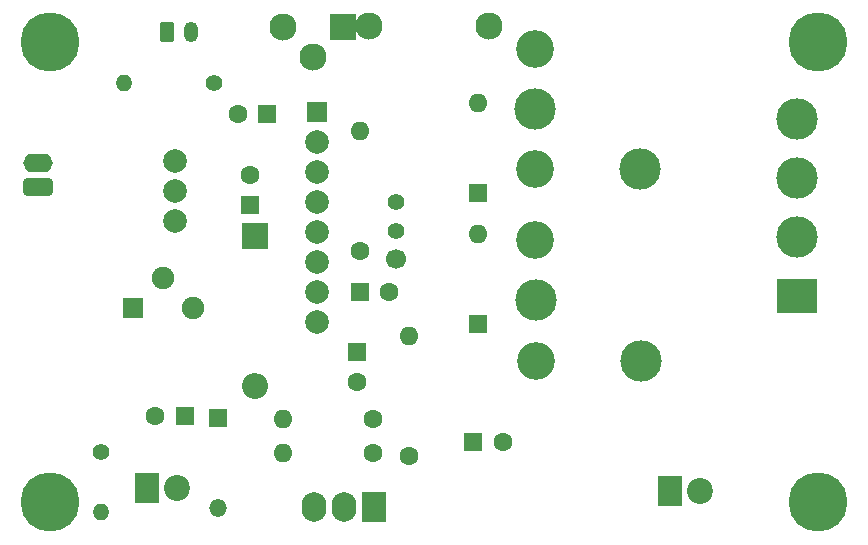
<source format=gbr>
%TF.GenerationSoftware,KiCad,Pcbnew,7.0.9*%
%TF.CreationDate,2023-11-29T12:33:44+01:00*%
%TF.ProjectId,Zabezpieczenie UPC1237,5a616265-7a70-4696-9563-7a656e696520,rev?*%
%TF.SameCoordinates,Original*%
%TF.FileFunction,Soldermask,Top*%
%TF.FilePolarity,Negative*%
%FSLAX46Y46*%
G04 Gerber Fmt 4.6, Leading zero omitted, Abs format (unit mm)*
G04 Created by KiCad (PCBNEW 7.0.9) date 2023-11-29 12:33:44*
%MOMM*%
%LPD*%
G01*
G04 APERTURE LIST*
G04 Aperture macros list*
%AMRoundRect*
0 Rectangle with rounded corners*
0 $1 Rounding radius*
0 $2 $3 $4 $5 $6 $7 $8 $9 X,Y pos of 4 corners*
0 Add a 4 corners polygon primitive as box body*
4,1,4,$2,$3,$4,$5,$6,$7,$8,$9,$2,$3,0*
0 Add four circle primitives for the rounded corners*
1,1,$1+$1,$2,$3*
1,1,$1+$1,$4,$5*
1,1,$1+$1,$6,$7*
1,1,$1+$1,$8,$9*
0 Add four rect primitives between the rounded corners*
20,1,$1+$1,$2,$3,$4,$5,0*
20,1,$1+$1,$4,$5,$6,$7,0*
20,1,$1+$1,$6,$7,$8,$9,0*
20,1,$1+$1,$8,$9,$2,$3,0*%
G04 Aperture macros list end*
%ADD10O,1.400000X1.400000*%
%ADD11C,1.400000*%
%ADD12RoundRect,0.250000X-0.350000X-0.625000X0.350000X-0.625000X0.350000X0.625000X-0.350000X0.625000X0*%
%ADD13O,1.200000X1.750000*%
%ADD14R,1.600000X1.600000*%
%ADD15C,1.600000*%
%ADD16R,2.200000X2.200000*%
%ADD17O,2.200000X2.200000*%
%ADD18O,1.600000X1.600000*%
%ADD19C,2.300000*%
%ADD20R,1.800000X1.800000*%
%ADD21C,2.000000*%
%ADD22C,1.900000*%
%ADD23R,3.500000X3.000000*%
%ADD24C,3.500000*%
%ADD25R,2.100000X2.500000*%
%ADD26C,2.200000*%
%ADD27C,3.200000*%
%ADD28RoundRect,0.312500X0.937500X-0.437500X0.937500X0.437500X-0.937500X0.437500X-0.937500X-0.437500X0*%
%ADD29O,2.500000X1.600000*%
%ADD30O,2.100000X2.500000*%
%ADD31R,2.300000X2.300000*%
%ADD32C,1.700000*%
%ADD33R,1.500000X1.500000*%
%ADD34O,1.500000X1.500000*%
%ADD35C,5.000000*%
G04 APERTURE END LIST*
D10*
%TO.C,R17*%
X109290000Y-104500000D03*
D11*
X116910000Y-104500000D03*
%TD*%
D12*
%TO.C,J3*%
X112900000Y-100150000D03*
D13*
X114900000Y-100150000D03*
%TD*%
D14*
%TO.C,C4*%
X129194888Y-122200000D03*
D15*
X131694888Y-122200000D03*
%TD*%
D16*
%TO.C,D1*%
X120300000Y-117450000D03*
D17*
X120300000Y-130150000D03*
%TD*%
D15*
%TO.C,R6*%
X130310000Y-132900000D03*
D18*
X122690000Y-132900000D03*
%TD*%
D14*
%TO.C,C5*%
X114405113Y-132700000D03*
D15*
X111905113Y-132700000D03*
%TD*%
D19*
%TO.C,R22*%
X130020000Y-99700000D03*
X140180000Y-99700000D03*
%TD*%
D14*
%TO.C,D2*%
X139200000Y-113810000D03*
D18*
X139200000Y-106190000D03*
%TD*%
D14*
%TO.C,C7*%
X129000000Y-127294888D03*
D15*
X129000000Y-129794888D03*
%TD*%
D20*
%TO.C,U1*%
X125600000Y-106960000D03*
D21*
X125600000Y-109500000D03*
X125600000Y-112040000D03*
X125600000Y-114580000D03*
X125600000Y-117120000D03*
X125600000Y-119660000D03*
X125600000Y-122200000D03*
X125600000Y-124740000D03*
%TD*%
D20*
%TO.C,U2*%
X110050000Y-123550000D03*
D22*
X112590000Y-121010000D03*
X115130000Y-123550000D03*
%TD*%
D23*
%TO.C,J4*%
X166200000Y-122500000D03*
D24*
X166200000Y-117500000D03*
X166200000Y-112500000D03*
X166200000Y-107500000D03*
%TD*%
D15*
%TO.C,R4*%
X133400000Y-136080000D03*
D18*
X133400000Y-125920000D03*
%TD*%
D15*
%TO.C,R5*%
X129200000Y-118680000D03*
D18*
X129200000Y-108520000D03*
%TD*%
D14*
%TO.C,C2*%
X119900000Y-114805113D03*
D15*
X119900000Y-112305113D03*
%TD*%
D25*
%TO.C,D5*%
X155460000Y-139000000D03*
D26*
X158000000Y-139000000D03*
%TD*%
D25*
%TO.C,D4*%
X111160000Y-138800000D03*
D26*
X113700000Y-138800000D03*
%TD*%
D11*
%TO.C,C3*%
X132300000Y-114550000D03*
X132300000Y-117050000D03*
%TD*%
%TO.C,R11*%
X107300000Y-135710000D03*
D10*
X107300000Y-140790000D03*
%TD*%
D14*
%TO.C,C9*%
X138800000Y-134900000D03*
D15*
X141300000Y-134900000D03*
%TD*%
D24*
%TO.C,K2*%
X144120000Y-122890000D03*
X152990000Y-128000000D03*
D27*
X144050000Y-117810000D03*
X144100000Y-128000000D03*
%TD*%
D28*
%TO.C,J1*%
X102000000Y-113300000D03*
D29*
X102000000Y-111300000D03*
%TD*%
D27*
%TO.C,K1*%
X144060000Y-111760000D03*
X144010000Y-101570000D03*
D24*
X152950000Y-111760000D03*
X144080000Y-106650000D03*
%TD*%
D14*
%TO.C,D6*%
X139200000Y-124910000D03*
D18*
X139200000Y-117290000D03*
%TD*%
D25*
%TO.C,J2*%
X130440000Y-140400000D03*
D30*
X127900000Y-140400000D03*
X125360000Y-140400000D03*
%TD*%
D31*
%TO.C,Q5*%
X127750000Y-99750000D03*
D19*
X125210000Y-102290000D03*
X122670000Y-99750000D03*
%TD*%
D14*
%TO.C,C1*%
X121382380Y-107100000D03*
D15*
X118882380Y-107100000D03*
%TD*%
D32*
%TO.C,REF\u002A\u002A*%
X132300000Y-119400000D03*
%TD*%
D33*
%TO.C,D3*%
X117200000Y-132885000D03*
D34*
X117200000Y-140505000D03*
%TD*%
D15*
%TO.C,R16*%
X130310000Y-135800000D03*
D18*
X122690000Y-135800000D03*
%TD*%
D21*
%TO.C,RV1*%
X113600000Y-111120000D03*
X113600000Y-113660000D03*
X113600000Y-116200000D03*
%TD*%
D35*
%TO.C,REF\u002A\u002A*%
X103000000Y-101000000D03*
%TD*%
%TO.C,REF\u002A\u002A*%
X168000000Y-140000000D03*
%TD*%
%TO.C,REF\u002A\u002A*%
X168000000Y-101000000D03*
%TD*%
%TO.C,REF\u002A\u002A*%
X103000000Y-140000000D03*
%TD*%
M02*

</source>
